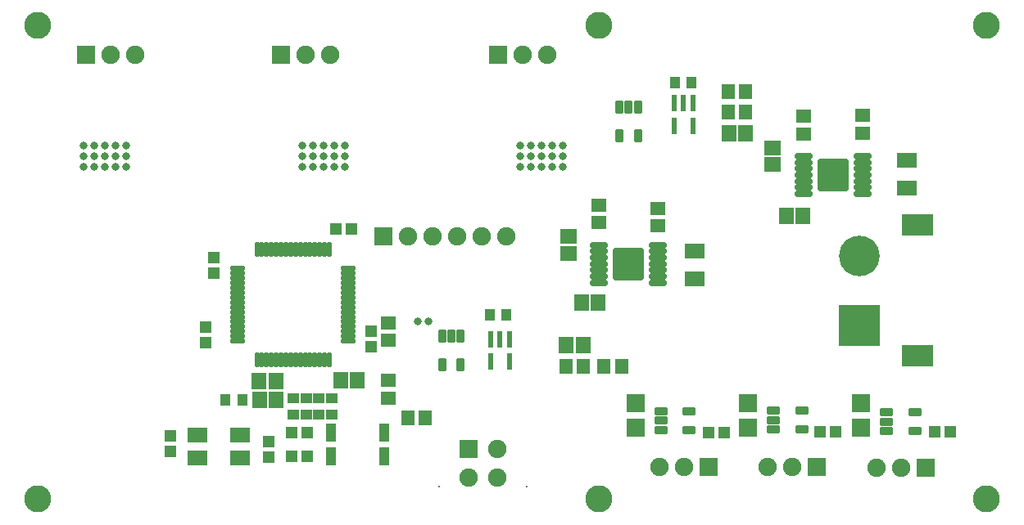
<source format=gbs>
G04*
G04 #@! TF.GenerationSoftware,Altium Limited,Altium Designer,19.0.15 (446)*
G04*
G04 Layer_Color=16711935*
%FSLAX44Y44*%
%MOMM*%
G71*
G01*
G75*
%ADD47R,1.2032X1.2032*%
%ADD54R,1.2032X1.2032*%
%ADD55R,1.5032X1.7032*%
%ADD56R,1.7032X1.5032*%
%ADD57R,1.6032X1.4032*%
%ADD58R,1.1032X1.2032*%
%ADD59C,4.2032*%
%ADD60R,4.2032X4.2032*%
%ADD61R,3.2032X2.2032*%
%ADD62R,1.9032X1.9032*%
%ADD63C,1.9032*%
%ADD64R,1.9032X1.9032*%
%ADD65C,0.2032*%
%ADD66C,2.8000*%
%ADD67C,0.8032*%
%ADD86R,0.6096X1.7780*%
%ADD94O,1.6032X0.5032*%
%ADD95O,0.5032X1.6032*%
%ADD96R,1.0532X1.9032*%
%ADD97R,1.2032X1.1032*%
G04:AMPARAMS|DCode=98|XSize=3.2032mm|YSize=3.3032mm|CornerRadius=0.1466mm|HoleSize=0mm|Usage=FLASHONLY|Rotation=0.000|XOffset=0mm|YOffset=0mm|HoleType=Round|Shape=RoundedRectangle|*
%AMROUNDEDRECTD98*
21,1,3.2032,3.0100,0,0,0.0*
21,1,2.9100,3.3032,0,0,0.0*
1,1,0.2932,1.4550,-1.5050*
1,1,0.2932,-1.4550,-1.5050*
1,1,0.2932,-1.4550,1.5050*
1,1,0.2932,1.4550,1.5050*
%
%ADD98ROUNDEDRECTD98*%
G04:AMPARAMS|DCode=99|XSize=0.6532mm|YSize=1.8032mm|CornerRadius=0.1511mm|HoleSize=0mm|Usage=FLASHONLY|Rotation=270.000|XOffset=0mm|YOffset=0mm|HoleType=Round|Shape=RoundedRectangle|*
%AMROUNDEDRECTD99*
21,1,0.6532,1.5010,0,0,270.0*
21,1,0.3510,1.8032,0,0,270.0*
1,1,0.3022,-0.7505,-0.1755*
1,1,0.3022,-0.7505,0.1755*
1,1,0.3022,0.7505,0.1755*
1,1,0.3022,0.7505,-0.1755*
%
%ADD99ROUNDEDRECTD99*%
G04:AMPARAMS|DCode=100|XSize=0.8532mm|YSize=1.4032mm|CornerRadius=0.1504mm|HoleSize=0mm|Usage=FLASHONLY|Rotation=270.000|XOffset=0mm|YOffset=0mm|HoleType=Round|Shape=RoundedRectangle|*
%AMROUNDEDRECTD100*
21,1,0.8532,1.1025,0,0,270.0*
21,1,0.5525,1.4032,0,0,270.0*
1,1,0.3007,-0.5513,-0.2763*
1,1,0.3007,-0.5513,0.2763*
1,1,0.3007,0.5513,0.2763*
1,1,0.3007,0.5513,-0.2763*
%
%ADD100ROUNDEDRECTD100*%
%ADD101R,2.0032X1.6032*%
%ADD102R,2.0032X1.5032*%
%ADD103R,1.4032X1.6032*%
G04:AMPARAMS|DCode=104|XSize=0.8532mm|YSize=1.4032mm|CornerRadius=0.1504mm|HoleSize=0mm|Usage=FLASHONLY|Rotation=180.000|XOffset=0mm|YOffset=0mm|HoleType=Round|Shape=RoundedRectangle|*
%AMROUNDEDRECTD104*
21,1,0.8532,1.1025,0,0,180.0*
21,1,0.5525,1.4032,0,0,180.0*
1,1,0.3007,-0.2763,0.5513*
1,1,0.3007,0.2763,0.5513*
1,1,0.3007,0.2763,-0.5513*
1,1,0.3007,-0.2763,-0.5513*
%
%ADD104ROUNDEDRECTD104*%
D47*
X273250Y94250D02*
D03*
Y78250D02*
D03*
X171500Y84250D02*
D03*
Y100250D02*
D03*
X379000Y192368D02*
D03*
Y208368D02*
D03*
X216500Y284500D02*
D03*
Y268500D02*
D03*
X208000Y213000D02*
D03*
Y197000D02*
D03*
D54*
X297000Y104000D02*
D03*
X313000D02*
D03*
X297000Y79000D02*
D03*
X313000D02*
D03*
X728250Y104000D02*
D03*
X744250D02*
D03*
X843250Y104750D02*
D03*
X859250D02*
D03*
X962000Y104500D02*
D03*
X978000D02*
D03*
X359000Y314250D02*
D03*
X343000D02*
D03*
D55*
X596750Y238250D02*
D03*
X613750D02*
D03*
X766500Y414000D02*
D03*
X749500D02*
D03*
X598250Y194000D02*
D03*
X581250D02*
D03*
X365000Y158000D02*
D03*
X348000D02*
D03*
X281000Y138000D02*
D03*
X264000D02*
D03*
X280750Y156750D02*
D03*
X263750D02*
D03*
X808500Y328000D02*
D03*
X825500D02*
D03*
D56*
X794000Y381500D02*
D03*
Y398500D02*
D03*
X583500Y289500D02*
D03*
Y306500D02*
D03*
D57*
X826000Y431000D02*
D03*
Y413000D02*
D03*
X397250Y157500D02*
D03*
Y139500D02*
D03*
X887000Y432000D02*
D03*
Y414000D02*
D03*
X614750Y339000D02*
D03*
Y321000D02*
D03*
X676000Y335750D02*
D03*
Y317750D02*
D03*
X397250Y199250D02*
D03*
Y217250D02*
D03*
D58*
X693250Y466000D02*
D03*
X710250D02*
D03*
X502000Y226000D02*
D03*
X519000D02*
D03*
X229000Y138000D02*
D03*
X246000D02*
D03*
D59*
X884000Y287000D02*
D03*
D60*
Y215000D02*
D03*
D61*
X944000Y183500D02*
D03*
Y318500D02*
D03*
D62*
X653000Y134250D02*
D03*
Y108850D02*
D03*
X885250Y134250D02*
D03*
Y108850D02*
D03*
X769000Y134250D02*
D03*
Y108850D02*
D03*
D63*
X494050Y307340D02*
D03*
X468650D02*
D03*
X443250D02*
D03*
X417850D02*
D03*
X519450D02*
D03*
X510000Y87000D02*
D03*
Y57000D02*
D03*
X480000D02*
D03*
X677200Y68000D02*
D03*
X702600D02*
D03*
X337000Y495000D02*
D03*
X311600D02*
D03*
X135400D02*
D03*
X110000D02*
D03*
X561750D02*
D03*
X536350D02*
D03*
X901350Y67500D02*
D03*
X926750D02*
D03*
X789275Y68000D02*
D03*
X814675D02*
D03*
D64*
X392450Y307340D02*
D03*
X480000Y87000D02*
D03*
X728000Y68000D02*
D03*
X286200Y495000D02*
D03*
X84600D02*
D03*
X510950D02*
D03*
X952150Y67500D02*
D03*
X840075Y68000D02*
D03*
D65*
X450000Y47600D02*
D03*
X540000D02*
D03*
D66*
X35000Y35000D02*
D03*
Y525000D02*
D03*
X615000D02*
D03*
Y35000D02*
D03*
X1015000Y525000D02*
D03*
Y35000D02*
D03*
D67*
X637750Y286000D02*
D03*
X652750D02*
D03*
Y271000D02*
D03*
X637750D02*
D03*
X438750Y219250D02*
D03*
X427750D02*
D03*
X318999Y390000D02*
D03*
X318998Y401000D02*
D03*
X329999D02*
D03*
X307999Y401000D02*
D03*
Y390000D02*
D03*
X307998Y379000D02*
D03*
X318998D02*
D03*
X329999D02*
D03*
X341000Y401000D02*
D03*
Y379000D02*
D03*
Y390000D02*
D03*
X352000Y401000D02*
D03*
Y390000D02*
D03*
X330000D02*
D03*
X352000Y379000D02*
D03*
X849000Y378000D02*
D03*
X864000D02*
D03*
Y363000D02*
D03*
X849000D02*
D03*
X544299Y390000D02*
D03*
X544298Y401000D02*
D03*
X555299D02*
D03*
X533299Y401000D02*
D03*
Y390000D02*
D03*
X533298Y379000D02*
D03*
X544298D02*
D03*
X555299D02*
D03*
X566300Y401000D02*
D03*
Y379000D02*
D03*
Y390000D02*
D03*
X577300Y401000D02*
D03*
Y390000D02*
D03*
X555300D02*
D03*
X577300Y379000D02*
D03*
X92999Y390000D02*
D03*
X92998Y401000D02*
D03*
X103999D02*
D03*
X81999Y401000D02*
D03*
Y390000D02*
D03*
X81997Y379000D02*
D03*
X92998D02*
D03*
X103999D02*
D03*
X115000Y401000D02*
D03*
Y379000D02*
D03*
Y390000D02*
D03*
X126000Y401000D02*
D03*
Y390000D02*
D03*
X104000D02*
D03*
X126000Y379000D02*
D03*
D86*
X503000Y177000D02*
D03*
X522000D02*
D03*
Y200368D02*
D03*
X512500D02*
D03*
X503000D02*
D03*
X692750Y444934D02*
D03*
X702250D02*
D03*
X711750D02*
D03*
Y421566D02*
D03*
X692750D02*
D03*
D94*
X355750Y198500D02*
D03*
Y203500D02*
D03*
Y208500D02*
D03*
Y213500D02*
D03*
Y218500D02*
D03*
Y223500D02*
D03*
Y228500D02*
D03*
Y233500D02*
D03*
Y238500D02*
D03*
Y243500D02*
D03*
Y248500D02*
D03*
Y253500D02*
D03*
Y258500D02*
D03*
Y263500D02*
D03*
Y268500D02*
D03*
Y273500D02*
D03*
X241750D02*
D03*
Y268500D02*
D03*
Y263500D02*
D03*
Y258500D02*
D03*
Y253500D02*
D03*
Y248500D02*
D03*
Y243500D02*
D03*
Y238500D02*
D03*
Y233500D02*
D03*
Y228500D02*
D03*
Y223500D02*
D03*
Y218500D02*
D03*
Y213500D02*
D03*
Y208500D02*
D03*
Y203500D02*
D03*
Y198500D02*
D03*
D95*
X336250Y293000D02*
D03*
X331250D02*
D03*
X326250D02*
D03*
X321250D02*
D03*
X316250D02*
D03*
X311250D02*
D03*
X306250D02*
D03*
X301250D02*
D03*
X296250D02*
D03*
X291250D02*
D03*
X286250D02*
D03*
X281250D02*
D03*
X276250D02*
D03*
X271250D02*
D03*
X266250D02*
D03*
X261250D02*
D03*
Y179000D02*
D03*
X266250D02*
D03*
X271250D02*
D03*
X276250D02*
D03*
X281250D02*
D03*
X286250D02*
D03*
X291250D02*
D03*
X296250D02*
D03*
X301250D02*
D03*
X306250D02*
D03*
X311250D02*
D03*
X316250D02*
D03*
X321250D02*
D03*
X326250D02*
D03*
X331250D02*
D03*
X336250D02*
D03*
D96*
X338250Y103500D02*
D03*
X393250D02*
D03*
X338250Y79000D02*
D03*
X393250D02*
D03*
D97*
X325500Y139250D02*
D03*
Y122250D02*
D03*
X312250D02*
D03*
Y139250D02*
D03*
X299000Y122250D02*
D03*
Y139250D02*
D03*
X339000Y139250D02*
D03*
Y122250D02*
D03*
D98*
X645250Y278500D02*
D03*
X856500Y370500D02*
D03*
D99*
X614750Y259000D02*
D03*
Y265500D02*
D03*
Y272000D02*
D03*
Y278500D02*
D03*
Y285000D02*
D03*
Y291500D02*
D03*
Y298000D02*
D03*
X675750Y259000D02*
D03*
Y265500D02*
D03*
Y272000D02*
D03*
Y278500D02*
D03*
Y285000D02*
D03*
Y291500D02*
D03*
Y298000D02*
D03*
X826000Y351000D02*
D03*
Y357500D02*
D03*
Y364000D02*
D03*
Y370500D02*
D03*
Y377000D02*
D03*
Y383500D02*
D03*
Y390000D02*
D03*
X887000Y351000D02*
D03*
Y357500D02*
D03*
Y364000D02*
D03*
Y370500D02*
D03*
Y377000D02*
D03*
Y383500D02*
D03*
Y390000D02*
D03*
D100*
X941500Y105500D02*
D03*
Y124500D02*
D03*
X912000D02*
D03*
Y115000D02*
D03*
Y105500D02*
D03*
X824500Y107250D02*
D03*
Y126250D02*
D03*
X795000D02*
D03*
Y116750D02*
D03*
Y107250D02*
D03*
X678750Y106500D02*
D03*
Y116000D02*
D03*
Y125500D02*
D03*
X708250D02*
D03*
Y106500D02*
D03*
D101*
X200250Y101500D02*
D03*
Y77500D02*
D03*
X244250Y101500D02*
D03*
Y77500D02*
D03*
D102*
X713750Y262500D02*
D03*
Y291500D02*
D03*
X933250Y356750D02*
D03*
Y385750D02*
D03*
D103*
X435500Y118750D02*
D03*
X417500D02*
D03*
X748250Y436000D02*
D03*
X766250D02*
D03*
X766250Y457000D02*
D03*
X748250D02*
D03*
X581000Y172000D02*
D03*
X599000D02*
D03*
X620000D02*
D03*
X638000D02*
D03*
D104*
X636000Y411000D02*
D03*
X655000D02*
D03*
Y440500D02*
D03*
X645500D02*
D03*
X636000D02*
D03*
X453000Y174000D02*
D03*
X472000D02*
D03*
Y203500D02*
D03*
X462500D02*
D03*
X453000D02*
D03*
M02*

</source>
